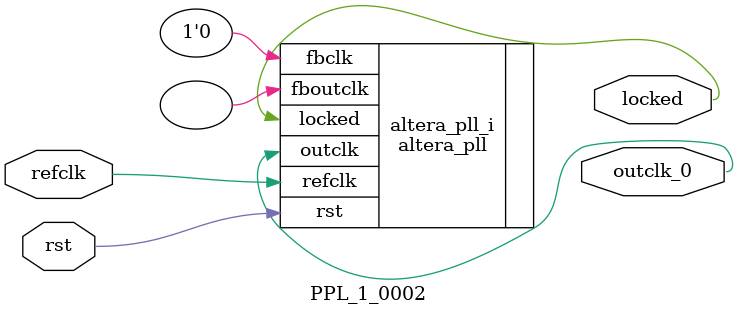
<source format=v>
`timescale 1ns/10ps
module  PPL_1_0002(

	// interface 'refclk'
	input wire refclk,

	// interface 'reset'
	input wire rst,

	// interface 'outclk0'
	output wire outclk_0,

	// interface 'locked'
	output wire locked
);

	altera_pll #(
		.fractional_vco_multiplier("false"),
		.reference_clock_frequency("27.0 MHz"),
		.operation_mode("direct"),
		.number_of_clocks(1),
		.output_clock_frequency0("54.000000 MHz"),
		.phase_shift0("0 ps"),
		.duty_cycle0(50),
		.output_clock_frequency1("0 MHz"),
		.phase_shift1("0 ps"),
		.duty_cycle1(50),
		.output_clock_frequency2("0 MHz"),
		.phase_shift2("0 ps"),
		.duty_cycle2(50),
		.output_clock_frequency3("0 MHz"),
		.phase_shift3("0 ps"),
		.duty_cycle3(50),
		.output_clock_frequency4("0 MHz"),
		.phase_shift4("0 ps"),
		.duty_cycle4(50),
		.output_clock_frequency5("0 MHz"),
		.phase_shift5("0 ps"),
		.duty_cycle5(50),
		.output_clock_frequency6("0 MHz"),
		.phase_shift6("0 ps"),
		.duty_cycle6(50),
		.output_clock_frequency7("0 MHz"),
		.phase_shift7("0 ps"),
		.duty_cycle7(50),
		.output_clock_frequency8("0 MHz"),
		.phase_shift8("0 ps"),
		.duty_cycle8(50),
		.output_clock_frequency9("0 MHz"),
		.phase_shift9("0 ps"),
		.duty_cycle9(50),
		.output_clock_frequency10("0 MHz"),
		.phase_shift10("0 ps"),
		.duty_cycle10(50),
		.output_clock_frequency11("0 MHz"),
		.phase_shift11("0 ps"),
		.duty_cycle11(50),
		.output_clock_frequency12("0 MHz"),
		.phase_shift12("0 ps"),
		.duty_cycle12(50),
		.output_clock_frequency13("0 MHz"),
		.phase_shift13("0 ps"),
		.duty_cycle13(50),
		.output_clock_frequency14("0 MHz"),
		.phase_shift14("0 ps"),
		.duty_cycle14(50),
		.output_clock_frequency15("0 MHz"),
		.phase_shift15("0 ps"),
		.duty_cycle15(50),
		.output_clock_frequency16("0 MHz"),
		.phase_shift16("0 ps"),
		.duty_cycle16(50),
		.output_clock_frequency17("0 MHz"),
		.phase_shift17("0 ps"),
		.duty_cycle17(50),
		.pll_type("General"),
		.pll_subtype("General")
	) altera_pll_i (
		.rst	(rst),
		.outclk	({outclk_0}),
		.locked	(locked),
		.fboutclk	( ),
		.fbclk	(1'b0),
		.refclk	(refclk)
	);
endmodule


</source>
